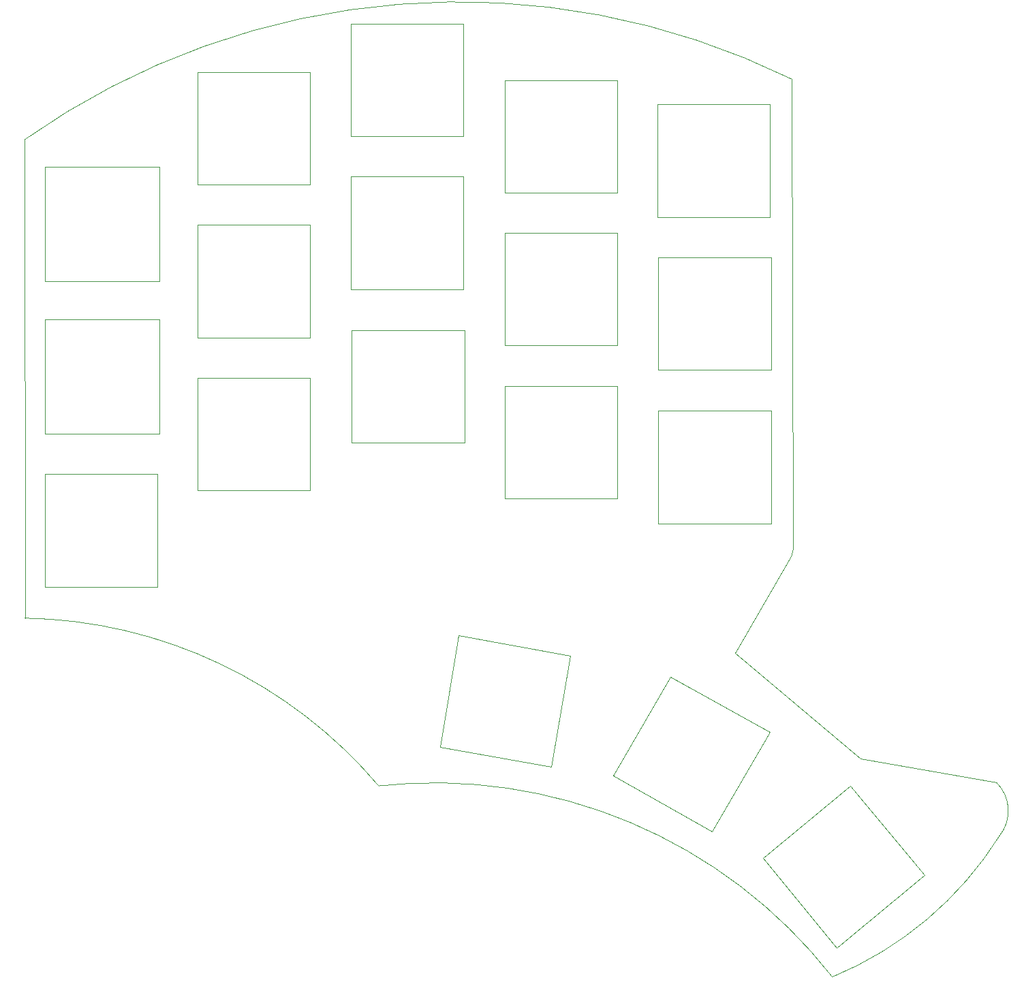
<source format=gbr>
G04 #@! TF.GenerationSoftware,KiCad,Pcbnew,(6.0.4-0)*
G04 #@! TF.CreationDate,2022-05-15T20:04:51-07:00*
G04 #@! TF.ProjectId,split_3x_plate_bigger_encoder_gerber,73706c69-745f-4337-985f-706c6174655f,rev?*
G04 #@! TF.SameCoordinates,Original*
G04 #@! TF.FileFunction,Profile,NP*
%FSLAX46Y46*%
G04 Gerber Fmt 4.6, Leading zero omitted, Abs format (unit mm)*
G04 Created by KiCad (PCBNEW (6.0.4-0)) date 2022-05-15 20:04:51*
%MOMM*%
%LPD*%
G01*
G04 APERTURE LIST*
G04 #@! TA.AperFunction,Profile*
%ADD10C,0.050000*%
G04 #@! TD*
G04 APERTURE END LIST*
D10*
X80250000Y-76750000D02*
X80250000Y-62500000D01*
X80250000Y-95750000D02*
X80250000Y-81500000D01*
X94500000Y-95750000D02*
X94250000Y-95750000D01*
X80250000Y-114750000D02*
X80250000Y-100750000D01*
X80250000Y-100750000D02*
X94250000Y-100750000D01*
X94250000Y-100750000D02*
X94250000Y-114750000D01*
X94250000Y-114750000D02*
X80250000Y-114750000D01*
X170500000Y-106850000D02*
X156500000Y-106850000D01*
X156500000Y-106850000D02*
X156500000Y-92850000D01*
X170500000Y-92850000D02*
X170500000Y-106850000D01*
X156500000Y-92850000D02*
X170500000Y-92850000D01*
X129400000Y-134700000D02*
X143200000Y-137100000D01*
X169500000Y-148500000D02*
X178700000Y-159600000D01*
X169500000Y-148500000D02*
X180400000Y-139500000D01*
X166021572Y-123015322D02*
X173006572Y-110950322D01*
X181587930Y-136108277D02*
X166021572Y-123015322D01*
X173006572Y-110950322D02*
X173250000Y-110000000D01*
X80250000Y-81500000D02*
X94250000Y-81500000D01*
X118400000Y-82850000D02*
X132400000Y-82850000D01*
X99250000Y-50750000D02*
X113250000Y-50750000D01*
X118400000Y-96850000D02*
X118400000Y-82850000D01*
X132300000Y-63750000D02*
X132300000Y-77750000D01*
X94500000Y-76750000D02*
X80250000Y-76750000D01*
X151400000Y-89750000D02*
X151400000Y-103750000D01*
X132400000Y-82850000D02*
X132400000Y-96850000D01*
X163200000Y-145200000D02*
X170400000Y-132800000D01*
X80250000Y-62500000D02*
X94500000Y-62500000D01*
X137400000Y-89750000D02*
X151400000Y-89750000D01*
X132400000Y-96850000D02*
X118400000Y-96850000D01*
X94500000Y-62500000D02*
X94500000Y-76750000D01*
X198521567Y-139078078D02*
X181587930Y-136108277D01*
X173037499Y-51593751D02*
X173250000Y-110000000D01*
X151400000Y-70750000D02*
X151400000Y-84750000D01*
X77749541Y-59145712D02*
X77794796Y-118636490D01*
X198906859Y-145704303D02*
G75*
G03*
X198521567Y-139078078I-3854259J3100203D01*
G01*
X156500000Y-73750000D02*
X170500000Y-73750000D01*
X113250000Y-50750000D02*
X113250000Y-64750000D01*
X113250000Y-83750000D02*
X99250000Y-83750000D01*
X113250000Y-64750000D02*
X99250000Y-64750000D01*
X94250000Y-81500000D02*
X94500000Y-81500000D01*
X143200000Y-137100000D02*
X145600000Y-123300000D01*
X137400000Y-65750000D02*
X137400000Y-51750000D01*
X178128605Y-163252883D02*
G75*
G03*
X121749255Y-139493235I-49499485J-38686297D01*
G01*
X118300000Y-58750000D02*
X118300000Y-44750000D01*
X99250000Y-102750000D02*
X99250000Y-88750000D01*
X99250000Y-69750000D02*
X113250000Y-69750000D01*
X99250000Y-83750000D02*
X99250000Y-69750000D01*
X121749257Y-139493234D02*
G75*
G03*
X77794796Y-118636490I-44962607J-38012066D01*
G01*
X158000000Y-125900000D02*
X170400000Y-132800000D01*
X132300000Y-77750000D02*
X118300000Y-77750000D01*
X137400000Y-70750000D02*
X151400000Y-70750000D01*
X178128606Y-163252881D02*
G75*
G03*
X198906839Y-145704287I-17045726J41258241D01*
G01*
X151400000Y-65750000D02*
X137400000Y-65750000D01*
X113250000Y-88750000D02*
X113250000Y-102750000D01*
X158000000Y-125900000D02*
X150900000Y-138200000D01*
X163200000Y-145200000D02*
X150900000Y-138200000D01*
X99250000Y-88750000D02*
X113250000Y-88750000D01*
X137400000Y-51750000D02*
X151400000Y-51750000D01*
X118300000Y-63750000D02*
X132300000Y-63750000D01*
X173037499Y-51593751D02*
G75*
G03*
X77749541Y-59145712I-41274999J-84137499D01*
G01*
X178700000Y-159600000D02*
X189600000Y-150600000D01*
X180400000Y-139500000D02*
X189600000Y-150600000D01*
X170400000Y-54750000D02*
X170400000Y-68750000D01*
X94500000Y-81500000D02*
X94500000Y-95750000D01*
X132300000Y-58750000D02*
X118300000Y-58750000D01*
X156500000Y-87750000D02*
X156500000Y-73750000D01*
X94250000Y-95750000D02*
X80250000Y-95750000D01*
X131700000Y-120800000D02*
X129400000Y-134700000D01*
X151400000Y-103750000D02*
X137400000Y-103750000D01*
X132300000Y-44750000D02*
X132300000Y-58750000D01*
X156400000Y-68750000D02*
X156400000Y-54750000D01*
X170400000Y-68750000D02*
X156400000Y-68750000D01*
X151400000Y-84750000D02*
X137400000Y-84750000D01*
X151400000Y-51750000D02*
X151400000Y-65750000D01*
X113250000Y-102750000D02*
X99250000Y-102750000D01*
X137400000Y-103750000D02*
X137400000Y-89750000D01*
X156400000Y-54750000D02*
X170400000Y-54750000D01*
X113250000Y-69750000D02*
X113250000Y-83750000D01*
X118300000Y-44750000D02*
X132300000Y-44750000D01*
X170500000Y-73750000D02*
X170500000Y-87750000D01*
X137400000Y-84750000D02*
X137400000Y-70750000D01*
X170500000Y-87750000D02*
X156500000Y-87750000D01*
X145600000Y-123300000D02*
X131700000Y-120800000D01*
X99250000Y-64750000D02*
X99250000Y-50750000D01*
X118300000Y-77750000D02*
X118300000Y-63750000D01*
M02*

</source>
